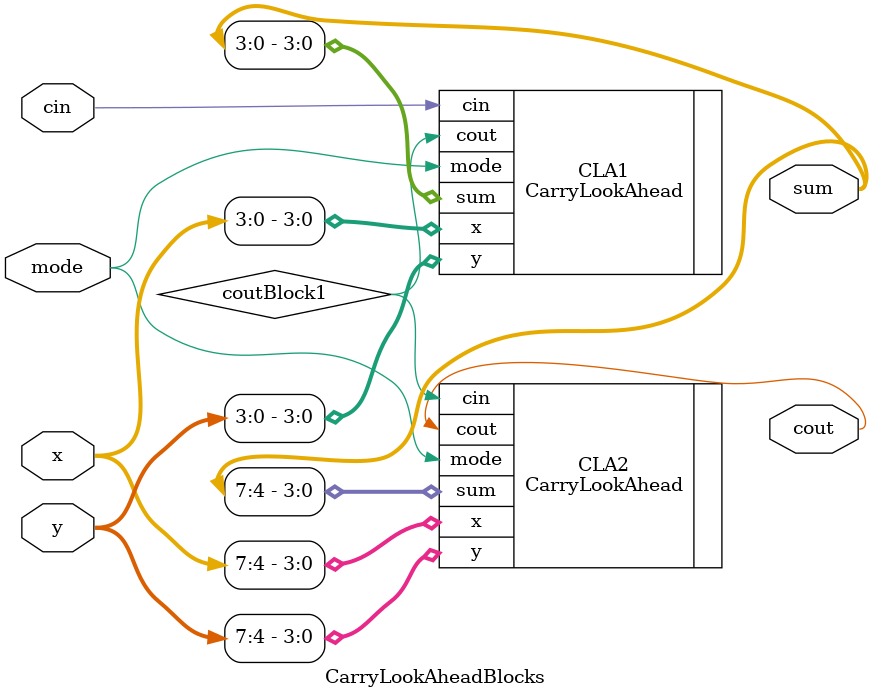
<source format=v>
`timescale 1ns / 1ps

module CarryLookAheadBlocks#(parameter bits=8)(
    input [bits-1:0] x,
    input [bits-1:0] y,
    input mode,
    input cin,
    output [bits-1:0] sum,
    output cout
);

    wire coutBlock1;
    
    CarryLookAhead#(4) CLA1 (
    .x(x[3:0]),
    .y(y[3:0]),
    .mode(mode),
    .cin(cin),
    .sum(sum[3:0]),
    .cout(coutBlock1)
    );
    CarryLookAhead#(4) CLA2 (
    .x(x[7:4]),
    .y(y[7:4]),
    .mode(mode),
    .cin(coutBlock1),
    .sum(sum[7:4]),
    .cout(cout)
    );
endmodule

</source>
